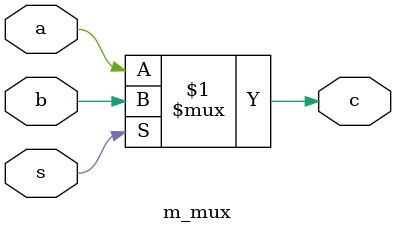
<source format=v>
/**************************************************************************/
/* code017.v                          For CSC.T341 CLD Archlab TOKYO TECH */
/**************************************************************************/
module m_top ();
  reg  a, b, s;
  wire c;
  initial begin
    #10 s <= 0; a <= 0; b <= 0;
    #10 s <= 0; a <= 0; b <= 1;
    #10 s <= 0; a <= 1; b <= 0;
    #10 s <= 0; a <= 1; b <= 1;
    #10 s <= 1; a <= 0; b <= 0;
    #10 s <= 1; a <= 0; b <= 1;
    #10 s <= 1; a <= 1; b <= 0;
    #10 s <= 1; a <= 1; b <= 1;
  end
  always@(*) #1 $display("%2d: %d %d %d -> %b", $time, s, a, b, c);
  m_mux m_mux0 (a, b, s, c);
endmodule

module m_mux (a, b, s, c);
  input  wire a, b, s;
  output wire c;
  assign c = s ? b : a;
endmodule

</source>
